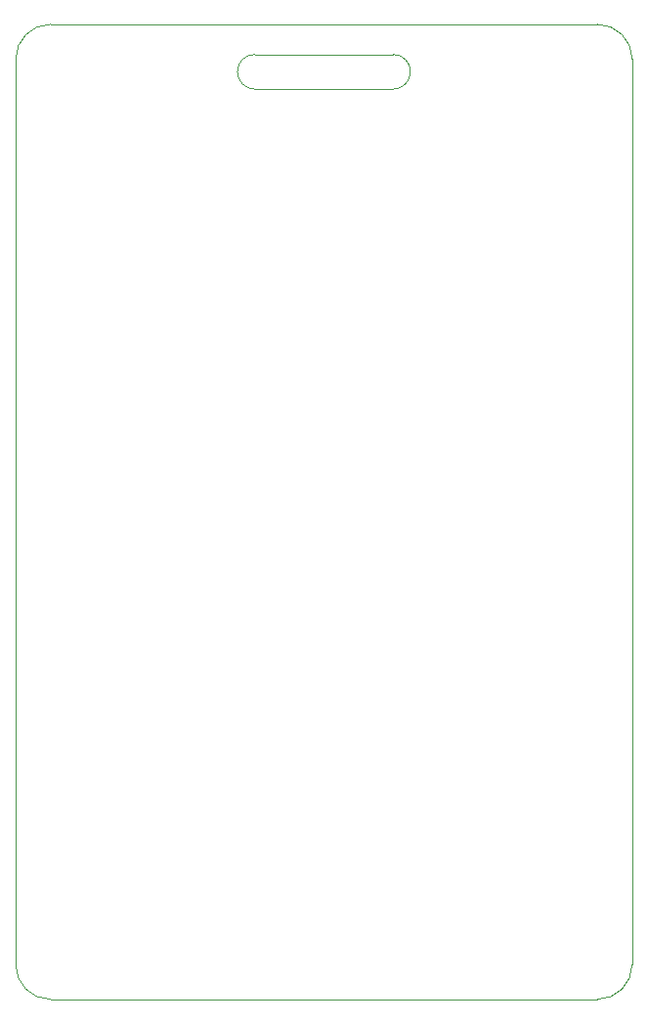
<source format=gbr>
%TF.GenerationSoftware,KiCad,Pcbnew,8.0.1*%
%TF.CreationDate,2024-05-16T01:37:04-04:00*%
%TF.ProjectId,opensauce2024,6f70656e-7361-4756-9365-323032342e6b,rev?*%
%TF.SameCoordinates,Original*%
%TF.FileFunction,Profile,NP*%
%FSLAX46Y46*%
G04 Gerber Fmt 4.6, Leading zero omitted, Abs format (unit mm)*
G04 Created by KiCad (PCBNEW 8.0.1) date 2024-05-16 01:37:04*
%MOMM*%
%LPD*%
G01*
G04 APERTURE LIST*
%TA.AperFunction,Profile*%
%ADD10C,0.050000*%
%TD*%
G04 APERTURE END LIST*
D10*
X165200000Y-141000000D02*
X117800000Y-141000000D01*
X114800000Y-59600000D02*
G75*
G02*
X117800000Y-56600000I3000000J0D01*
G01*
X117800000Y-141000000D02*
G75*
G02*
X114800000Y-138000000I0J3000000D01*
G01*
X114800000Y-138000000D02*
X114800000Y-59600000D01*
X147500000Y-59200000D02*
G75*
G02*
X149000000Y-60700000I0J-1500000D01*
G01*
X135500000Y-62200000D02*
G75*
G02*
X134000000Y-60700000I0J1500000D01*
G01*
X135500000Y-59200000D02*
X147500000Y-59200000D01*
X134000000Y-60700000D02*
G75*
G02*
X135500000Y-59200000I1500000J0D01*
G01*
X149000000Y-60700000D02*
G75*
G02*
X147500000Y-62200000I-1500000J0D01*
G01*
X117800000Y-56600000D02*
X165200000Y-56600000D01*
X165200000Y-56600000D02*
G75*
G02*
X168200000Y-59600000I0J-3000000D01*
G01*
X168200000Y-59600000D02*
X168200000Y-138000000D01*
X168200000Y-138000000D02*
G75*
G02*
X165200000Y-141000000I-3000000J0D01*
G01*
X147500000Y-62200000D02*
X135500000Y-62200000D01*
M02*

</source>
